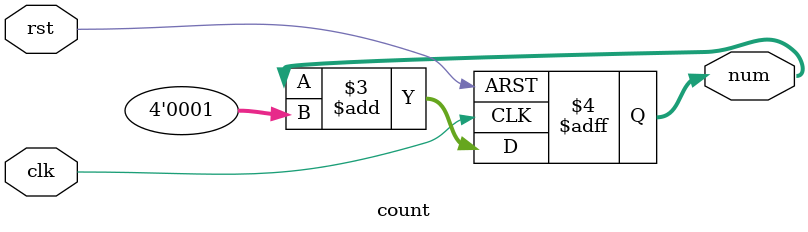
<source format=v>
/******************************************************************************************
Author:  熊康
E-mail： 1390000666@qq.com
Device:  DSE-EP2C5
Tool:    Quartus 9.0
Function:计数器(用于记录M大小)
Version: 2022-3-17 v1.0
********************************************************************************************/
module count(clk,rst,num);
input clk,rst;
output reg [3:0] num;

always @(posedge clk or negedge rst) begin
    if(!rst)
        num <= 4'b0000;
    else
        num <= num + 4'b0001;
end

endmodule
</source>
